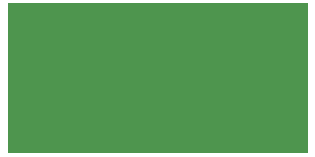
<source format=gbr>
%FSLAX34Y34*%%MOIN*%%ADD10R,1.0X0.5*%D10*X0Y0D03*M02*
</source>
